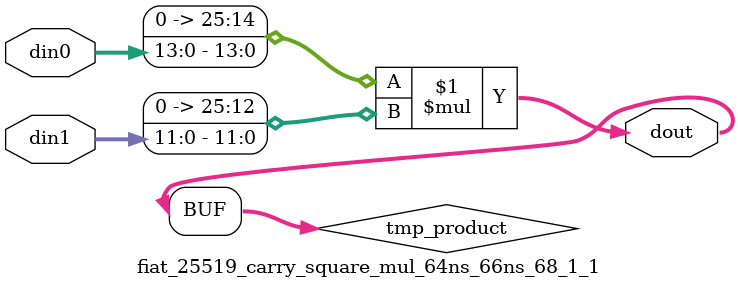
<source format=v>

`timescale 1 ns / 1 ps

  module fiat_25519_carry_square_mul_64ns_66ns_68_1_1(din0, din1, dout);
parameter ID = 1;
parameter NUM_STAGE = 0;
parameter din0_WIDTH = 14;
parameter din1_WIDTH = 12;
parameter dout_WIDTH = 26;

input [din0_WIDTH - 1 : 0] din0; 
input [din1_WIDTH - 1 : 0] din1; 
output [dout_WIDTH - 1 : 0] dout;

wire signed [dout_WIDTH - 1 : 0] tmp_product;










assign tmp_product = $signed({1'b0, din0}) * $signed({1'b0, din1});











assign dout = tmp_product;







endmodule

</source>
